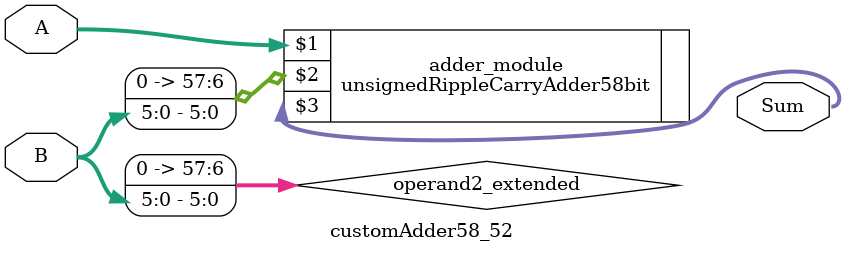
<source format=v>
module customAdder58_52(
                        input [57 : 0] A,
                        input [5 : 0] B,
                        
                        output [58 : 0] Sum
                );

        wire [57 : 0] operand2_extended;
        
        assign operand2_extended =  {52'b0, B};
        
        unsignedRippleCarryAdder58bit adder_module(
            A,
            operand2_extended,
            Sum
        );
        
        endmodule
        
</source>
